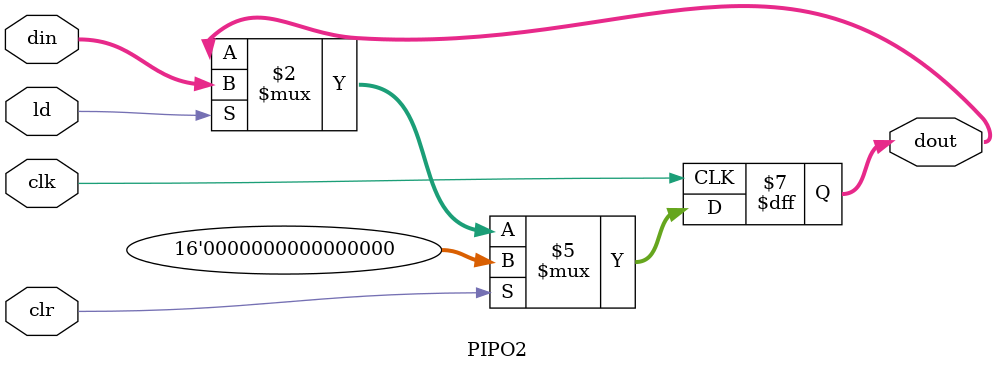
<source format=v>
`timescale 1ns / 1ps
module PIPO2(dout,din,ld,clr,clk);

input [15:0] din;
input ld,clr,clk;
output reg [15:0] dout;

always @ (posedge clk)
 if(clr) dout<=16'b0;
 else if (ld) dout<=din;
 
endmodule

</source>
